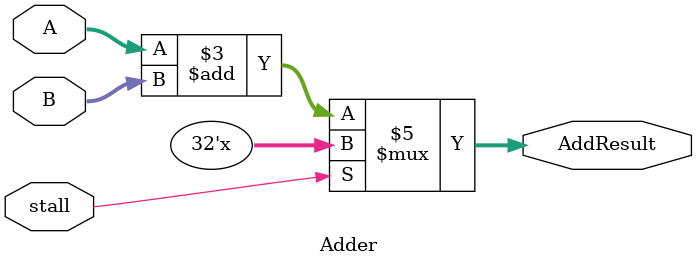
<source format=v>
`timescale 1ns / 1ps

module Adder(A, B, AddResult, stall);

    // Entradas del módulo:
    // A: Operando A, un número de 32 bits sin signo.
    // B: Operando B, un número de 32 bits sin signo.
    input [31:0] A, B;
    input stall;  // Entrada adicional: señal de control para bloquear la suma

    // Salida del módulo:
    // AddResult: Resultado de la suma de A y B, un número de 32 bits almacenado como registro.
    output reg [31:0] AddResult;

    // Bloque always que se ejecuta en cada cambio de las señales A, B o stall.
    always @ (A, B, stall) begin
        if (stall == 1'b0) begin
            // Si stall es 0, realizar la suma
            AddResult <= A + $signed(B);
        end else begin
            // Si stall es 1, no hacer nada (el valor de AddResult no cambia)
            AddResult <= AddResult;  // Mantener el valor anterior
        end
    end

endmodule


</source>
